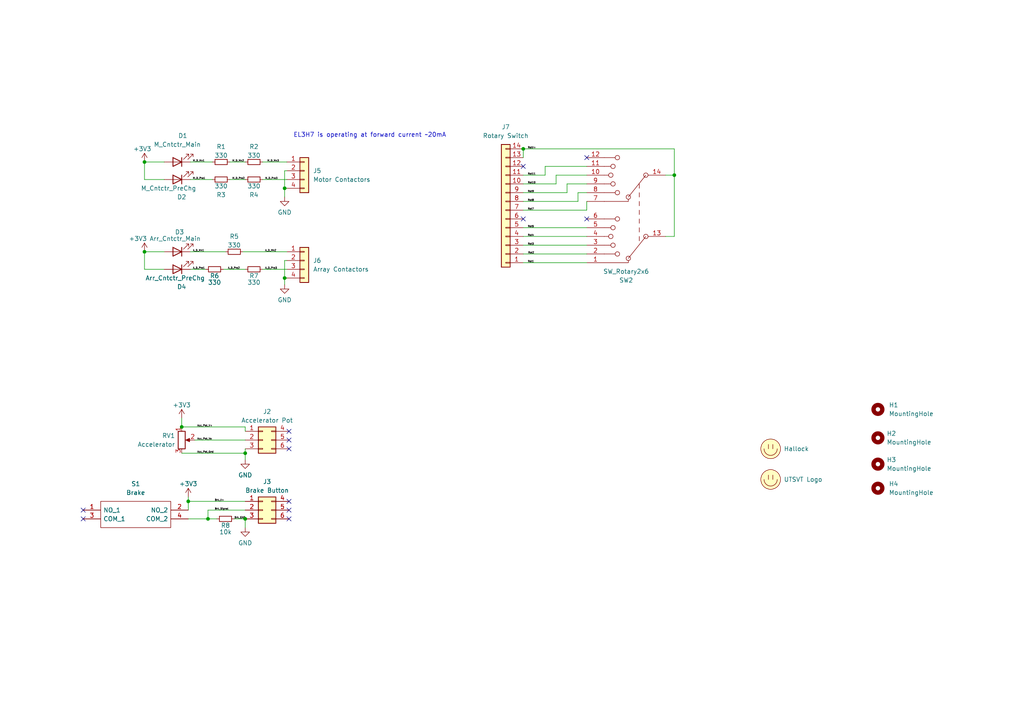
<source format=kicad_sch>
(kicad_sch (version 20211123) (generator eeschema)
  (paper "A4")
  (lib_symbols
    (symbol "Connector_Generic:Conn_01x04" (pin_names (offset 1.016) hide)
      (property "Reference" "J" (at 0 5.08 0))
      (property "Value" "Conn_01x04" (at 0 -7.62 0))
      (symbol "Conn_01x04_1_1"
        (rectangle (start -1.27 -4.953) (end 0 -5.207) (stroke (width 0.1524)))
        (rectangle (start -1.27 -2.413) (end 0 -2.667) (stroke (width 0.1524)))
        (rectangle (start -1.27 0.127) (end 0 -0.127) (stroke (width 0.1524)))
        (rectangle (start -1.27 2.667) (end 0 2.413) (stroke (width 0.1524)))
        (rectangle (start -1.27 3.81) (end 1.27 -6.35) (stroke (width 0.254)) (fill (type background)))
        (pin passive line (at -5.08 2.54 0) (length 3.81) (name "Pin_1") (number "1"))
        (pin passive line (at -5.08 0 0) (length 3.81) (name "Pin_2") (number "2"))
        (pin passive line (at -5.08 -2.54 0) (length 3.81) (name "Pin_3") (number "3"))
        (pin passive line (at -5.08 -5.08 0) (length 3.81) (name "Pin_4") (number "4"))
      )
    )
    (symbol "Connector_Generic:Conn_01x14" (pin_names (offset 1.016) hide)
      (property "Reference" "J" (at 0 17.78 0))
      (property "Value" "Conn_01x14" (at 0 -20.32 0))
      (symbol "Conn_01x14_1_1"
        (rectangle (start -1.27 -17.653) (end 0 -17.907) (stroke (width 0.1524)))
        (rectangle (start -1.27 -15.113) (end 0 -15.367) (stroke (width 0.1524)))
        (rectangle (start -1.27 -12.573) (end 0 -12.827) (stroke (width 0.1524)))
        (rectangle (start -1.27 -10.033) (end 0 -10.287) (stroke (width 0.1524)))
        (rectangle (start -1.27 -7.493) (end 0 -7.747) (stroke (width 0.1524)))
        (rectangle (start -1.27 -4.953) (end 0 -5.207) (stroke (width 0.1524)))
        (rectangle (start -1.27 -2.413) (end 0 -2.667) (stroke (width 0.1524)))
        (rectangle (start -1.27 0.127) (end 0 -0.127) (stroke (width 0.1524)))
        (rectangle (start -1.27 2.667) (end 0 2.413) (stroke (width 0.1524)))
        (rectangle (start -1.27 5.207) (end 0 4.953) (stroke (width 0.1524)))
        (rectangle (start -1.27 7.747) (end 0 7.493) (stroke (width 0.1524)))
        (rectangle (start -1.27 10.287) (end 0 10.033) (stroke (width 0.1524)))
        (rectangle (start -1.27 12.827) (end 0 12.573) (stroke (width 0.1524)))
        (rectangle (start -1.27 15.367) (end 0 15.113) (stroke (width 0.1524)))
        (rectangle (start -1.27 16.51) (end 1.27 -19.05) (stroke (width 0.254)) (fill (type background)))
        (pin passive line (at -5.08 15.24 0) (length 3.81) (name "Pin_1") (number "1"))
        (pin passive line (at -5.08 -7.62 0) (length 3.81) (name "Pin_10") (number "10"))
        (pin passive line (at -5.08 -10.16 0) (length 3.81) (name "Pin_11") (number "11"))
        (pin passive line (at -5.08 -12.7 0) (length 3.81) (name "Pin_12") (number "12"))
        (pin passive line (at -5.08 -15.24 0) (length 3.81) (name "Pin_13") (number "13"))
        (pin passive line (at -5.08 -17.78 0) (length 3.81) (name "Pin_14") (number "14"))
        (pin passive line (at -5.08 12.7 0) (length 3.81) (name "Pin_2") (number "2"))
        (pin passive line (at -5.08 10.16 0) (length 3.81) (name "Pin_3") (number "3"))
        (pin passive line (at -5.08 7.62 0) (length 3.81) (name "Pin_4") (number "4"))
        (pin passive line (at -5.08 5.08 0) (length 3.81) (name "Pin_5") (number "5"))
        (pin passive line (at -5.08 2.54 0) (length 3.81) (name "Pin_6") (number "6"))
        (pin passive line (at -5.08 0 0) (length 3.81) (name "Pin_7") (number "7"))
        (pin passive line (at -5.08 -2.54 0) (length 3.81) (name "Pin_8") (number "8"))
        (pin passive line (at -5.08 -5.08 0) (length 3.81) (name "Pin_9") (number "9"))
      )
    )
    (symbol "Connector_Generic:Conn_02x03_Top_Bottom" (pin_names (offset 1.016) hide)
      (property "Reference" "J" (at 1.27 5.08 0))
      (property "Value" "Conn_02x03_Top_Bottom" (at 1.27 -5.08 0))
      (symbol "Conn_02x03_Top_Bottom_1_1"
        (rectangle (start -1.27 -2.413) (end 0 -2.667) (stroke (width 0.1524)))
        (rectangle (start -1.27 0.127) (end 0 -0.127) (stroke (width 0.1524)))
        (rectangle (start -1.27 2.667) (end 0 2.413) (stroke (width 0.1524)))
        (rectangle (start -1.27 3.81) (end 3.81 -3.81) (stroke (width 0.254)) (fill (type background)))
        (rectangle (start 3.81 -2.413) (end 2.54 -2.667) (stroke (width 0.1524)))
        (rectangle (start 3.81 0.127) (end 2.54 -0.127) (stroke (width 0.1524)))
        (rectangle (start 3.81 2.667) (end 2.54 2.413) (stroke (width 0.1524)))
        (pin passive line (at -5.08 2.54 0) (length 3.81) (name "Pin_1") (number "1"))
        (pin passive line (at -5.08 0 0) (length 3.81) (name "Pin_2") (number "2"))
        (pin passive line (at -5.08 -2.54 0) (length 3.81) (name "Pin_3") (number "3"))
        (pin passive line (at 7.62 2.54 180) (length 3.81) (name "Pin_4") (number "4"))
        (pin passive line (at 7.62 0 180) (length 3.81) (name "Pin_5") (number "5"))
        (pin passive line (at 7.62 -2.54 180) (length 3.81) (name "Pin_6") (number "6"))
      )
    )
    (symbol "Device:LED" (pin_numbers hide) (pin_names (offset 1.016) hide)
      (property "Reference" "D" (at 0 2.54 0))
      (property "Value" "LED" (at 0 -2.54 0))
      (symbol "LED_0_1"
        (polyline (pts (xy -1.27 -1.27) (xy -1.27 1.27)) (stroke (width 0.254)))
        (polyline (pts (xy -1.27 0) (xy 1.27 0)))
        (polyline (pts (xy 1.27 -1.27) (xy 1.27 1.27) (xy -1.27 0) (xy 1.27 -1.27)) (stroke (width 0.254)))
        (polyline (pts (xy -3.048 -0.762) (xy -4.572 -2.286) (xy -3.81 -2.286) (xy -4.572 -2.286) (xy -4.572 -1.524)))
        (polyline (pts (xy -1.778 -0.762) (xy -3.302 -2.286) (xy -2.54 -2.286) (xy -3.302 -2.286) (xy -3.302 -1.524)))
      )
      (symbol "LED_1_1"
        (pin passive line (at -3.81 0 0) (length 2.54) (name "K") (number "1"))
        (pin passive line (at 3.81 0 180) (length 2.54) (name "A") (number "2"))
      )
    )
    (symbol "Device:R_Potentiometer" (pin_names (offset 1.016) hide)
      (property "Reference" "RV" (at -4.445 0 90))
      (property "Value" "R_Potentiometer" (at -2.54 0 90))
      (symbol "R_Potentiometer_0_1"
        (polyline (pts (xy 2.54 0) (xy 1.524 0)))
        (polyline (pts (xy 1.143 0) (xy 2.286 0.508) (xy 2.286 -0.508) (xy 1.143 0)) (fill (type outline)))
        (rectangle (start 1.016 2.54) (end -1.016 -2.54) (stroke (width 0.254)))
      )
      (symbol "R_Potentiometer_1_1"
        (pin passive line (at 0 3.81 270) (length 1.27) (name "1") (number "1"))
        (pin passive line (at 3.81 0 180) (length 1.27) (name "2") (number "2"))
        (pin passive line (at 0 -3.81 90) (length 1.27) (name "3") (number "3"))
      )
    )
    (symbol "Device:R_Small" (pin_numbers hide) (pin_names (offset 0.254) hide)
      (property "Reference" "R" (at 0.762 0.508 0))
      (property "Value" "R_Small" (at 0.762 -1.016 0))
      (symbol "R_Small_0_1"
        (rectangle (start -0.762 1.778) (end 0.762 -1.778) (stroke (width 0.2032)))
      )
      (symbol "R_Small_1_1"
        (pin passive line (at 0 2.54 270) (length 0.762) (name "~") (number "1"))
        (pin passive line (at 0 -2.54 90) (length 0.762) (name "~") (number "2"))
      )
    )
    (symbol "Mechanical:MountingHole" (pin_names (offset 1.016))
      (property "Reference" "H" (at 0 5.08 0))
      (property "Value" "MountingHole" (at 0 3.175 0))
      (symbol "MountingHole_0_1"
        (circle (center 0 0) (radius 1.27) (stroke (width 1.27)))
      )
    )
    (symbol "Switch:SW_Rotary2x6" (pin_names (offset 1.016) hide)
      (property "Reference" "SW" (at 0 17.78 0))
      (property "Value" "SW_Rotary2x6" (at 0 -17.78 0))
      (symbol "SW_Rotary2x6_0_0"
        (circle (center -4.445 -10.16) (radius 0.635))
        (circle (center -4.445 7.62) (radius 0.635))
        (polyline (pts (xy -4.445 -10.16) (xy 0.635 -3.81)))
        (polyline (pts (xy -4.445 7.62) (xy 0.635 13.97)))
        (polyline (pts (xy -2.54 -7.62) (xy -2.54 -6.35)))
        (polyline (pts (xy -2.54 -5.08) (xy -2.54 -3.81)))
        (polyline (pts (xy -2.54 -2.54) (xy -2.54 -1.27)))
        (polyline (pts (xy -2.54 0) (xy -2.54 1.27)))
        (polyline (pts (xy -2.54 2.54) (xy -2.54 3.81)))
        (polyline (pts (xy -2.54 5.08) (xy -2.54 6.35)))
        (polyline (pts (xy -2.54 7.62) (xy -2.54 8.89)))
        (polyline (pts (xy 4.445 -5.08) (xy 7.62 -5.08)))
        (polyline (pts (xy 4.445 12.7) (xy 7.62 12.7)))
        (polyline (pts (xy 5.715 -12.7) (xy 7.62 -12.7)))
        (polyline (pts (xy 5.715 -7.62) (xy 7.62 -7.62)))
        (polyline (pts (xy 5.715 5.08) (xy 7.62 5.08)))
        (polyline (pts (xy 5.715 10.16) (xy 7.62 10.16)))
        (polyline (pts (xy 6.35 -10.16) (xy 7.62 -10.16)))
        (polyline (pts (xy 6.35 7.62) (xy 7.62 7.62)))
        (polyline (pts (xy 7.62 -15.24) (xy 4.445 -15.24)))
        (polyline (pts (xy 7.62 2.54) (xy 4.445 2.54)))
        (polyline (pts (xy 0.635 -3.175) (xy 0.635 -2.54) (xy 7.62 -2.54)))
        (polyline (pts (xy 0.635 14.605) (xy 0.635 15.24) (xy 7.62 15.24)))
        (circle (center 0.635 -3.81) (radius 0.635))
        (circle (center 0.635 13.97) (radius 0.635))
        (circle (center 3.81 -15.24) (radius 0.635))
        (circle (center 3.81 -5.08) (radius 0.635))
        (circle (center 3.81 2.54) (radius 0.635))
        (circle (center 3.81 12.7) (radius 0.635))
        (circle (center 5.08 -12.7) (radius 0.635))
        (circle (center 5.08 -7.62) (radius 0.635))
        (circle (center 5.08 5.08) (radius 0.635))
        (circle (center 5.08 10.16) (radius 0.635))
        (circle (center 5.715 -10.16) (radius 0.635))
        (circle (center 5.715 7.62) (radius 0.635))
      )
      (symbol "SW_Rotary2x6_0_1"
        (pin passive line (at 12.7 15.24 180) (length 5.08) (name "1") (number "1"))
        (pin passive line (at 12.7 -10.16 180) (length 5.08) (name "10") (number "10"))
        (pin passive line (at 12.7 -12.7 180) (length 5.08) (name "11") (number "11"))
        (pin passive line (at 12.7 -15.24 180) (length 5.08) (name "12") (number "12"))
        (pin passive line (at -10.16 7.62 0) (length 5.08) (name "13") (number "13"))
        (pin passive line (at -10.16 -10.16 0) (length 5.08) (name "14") (number "14"))
        (pin passive line (at 12.7 12.7 180) (length 5.08) (name "2") (number "2"))
        (pin passive line (at 12.7 10.16 180) (length 5.08) (name "3") (number "3"))
        (pin passive line (at 12.7 7.62 180) (length 5.08) (name "4") (number "4"))
        (pin passive line (at 12.7 5.08 180) (length 5.08) (name "5") (number "5"))
        (pin passive line (at 12.7 2.54 180) (length 5.08) (name "6") (number "6"))
        (pin passive line (at 12.7 -2.54 180) (length 5.08) (name "7") (number "7"))
        (pin passive line (at 12.7 -5.08 180) (length 5.08) (name "8") (number "8"))
        (pin passive line (at 12.7 -7.62 180) (length 5.08) (name "9") (number "9"))
      )
    )
    (symbol "TS16-1212-95-BK-260-SMT-TR:TS16-1212-95-BK-260-SMT-TR" (pin_names (offset 0.762))
      (property "Reference" "S" (at 26.67 7.62 0))
      (property "Value" "TS16-1212-95-BK-260-SMT-TR" (at 26.67 5.08 0))
      (symbol "TS16-1212-95-BK-260-SMT-TR_0_0"
        (pin passive line (at 0 0 0) (length 5.08) (name "NO_1") (number "1"))
        (pin passive line (at 30.48 0 180) (length 5.08) (name "NO_2") (number "2"))
        (pin passive line (at 0 -2.54 0) (length 5.08) (name "COM_1") (number "3"))
        (pin passive line (at 30.48 -2.54 180) (length 5.08) (name "COM_2") (number "4"))
      )
      (symbol "TS16-1212-95-BK-260-SMT-TR_0_1"
        (polyline (pts (xy 5.08 2.54) (xy 25.4 2.54) (xy 25.4 -5.08) (xy 5.08 -5.08) (xy 5.08 2.54)) (stroke (width 0.1524)))
      )
    )
    (symbol "power:+3V3" (power) (pin_names (offset 0))
      (property "Value" "+3V3" (at 0 3.556 0))
      (symbol "+3V3_0_1"
        (polyline (pts (xy -0.762 1.27) (xy 0 2.54)))
        (polyline (pts (xy 0 0) (xy 0 2.54)))
        (polyline (pts (xy 0 2.54) (xy 0.762 1.27)))
      )
      (symbol "+3V3_1_1"
        (pin power_in line (at 0 0 90) (length 0) hide (name "+3V3") (number "1"))
      )
    )
    (symbol "power:GND" (power) (pin_names (offset 0))
      (property "Value" "GND" (at 0 -3.81 0))
      (symbol "GND_0_1"
        (polyline (pts (xy 0 0) (xy 0 -1.27) (xy 1.27 -1.27) (xy 0 -2.54) (xy -1.27 -1.27) (xy 0 -1.27)))
      )
      (symbol "GND_1_1"
        (pin power_in line (at 0 0 270) (length 0) hide (name "GND") (number "1"))
      )
    )
    (symbol "utsvt-misc:Logo_Placeholder" (pin_names (offset 1.016))
      (property "Value" "Logo_Placeholder" (at 0 3.81 0))
      (symbol "Logo_Placeholder_0_1"
        (arc (start -1.905 0) (mid 0 -1.905) (end 1.905 0))
        (polyline (pts (xy -0.635 1.27) (xy -0.635 0)))
        (polyline (pts (xy 0.635 1.27) (xy 0.635 0)))
        (circle (center 0 0) (radius 2.8448) (fill (type background)))
      )
    )
  )
  (junction (at 41.91 46.99))
  (junction (at 151.765 43.18))
  (junction (at 41.91 73.025))
  (junction (at 82.55 80.645))
  (junction (at 82.55 54.61))
  (junction (at 195.58 50.8))
  (junction (at 52.705 123.825))
  (junction (at 71.12 150.495))
  (junction (at 54.61 145.415))
  (junction (at 71.12 131.445))
  (junction (at 60.325 150.495))
  (no_connect (at 170.18 63.5))
  (no_connect (at 170.18 45.72))
  (no_connect (at 151.765 63.5))
  (no_connect (at 151.765 48.26))
  (no_connect (at 83.82 125.095))
  (no_connect (at 83.82 127.635))
  (no_connect (at 83.82 130.175))
  (no_connect (at 83.82 145.415))
  (no_connect (at 83.82 147.955))
  (no_connect (at 83.82 150.495))
  (no_connect (at 24.13 147.955))
  (no_connect (at 24.13 150.495))
  (wire (pts (xy 82.55 49.53) (xy 82.55 54.61)))
  (wire (pts (xy 52.705 123.825) (xy 71.12 123.825)))
  (wire (pts (xy 164.465 53.34) (xy 164.465 55.88)))
  (wire (pts (xy 66.675 52.07) (xy 71.12 52.07)))
  (wire (pts (xy 195.58 50.8) (xy 195.58 43.18)))
  (wire (pts (xy 66.675 46.99) (xy 71.12 46.99)))
  (wire (pts (xy 170.18 48.26) (xy 158.115 48.26)))
  (wire (pts (xy 55.245 73.025) (xy 65.405 73.025)))
  (wire (pts (xy 54.61 144.145) (xy 54.61 145.415)))
  (wire (pts (xy 47.625 52.07) (xy 41.91 52.07)))
  (wire (pts (xy 193.04 68.58) (xy 195.58 68.58)))
  (wire (pts (xy 82.55 80.645) (xy 83.185 80.645)))
  (wire (pts (xy 54.61 147.955) (xy 54.61 145.415)))
  (wire (pts (xy 151.765 45.72) (xy 151.765 43.18)))
  (wire (pts (xy 55.245 46.99) (xy 61.595 46.99)))
  (wire (pts (xy 82.55 75.565) (xy 82.55 80.645)))
  (wire (pts (xy 47.625 78.105) (xy 41.91 78.105)))
  (wire (pts (xy 64.77 78.105) (xy 71.12 78.105)))
  (wire (pts (xy 158.115 48.26) (xy 158.115 50.8)))
  (wire (pts (xy 170.18 53.34) (xy 164.465 53.34)))
  (wire (pts (xy 41.91 78.105) (xy 41.91 73.025)))
  (wire (pts (xy 71.12 131.445) (xy 71.12 133.35)))
  (wire (pts (xy 195.58 68.58) (xy 195.58 50.8)))
  (wire (pts (xy 170.18 73.66) (xy 151.765 73.66)))
  (wire (pts (xy 170.18 66.04) (xy 151.765 66.04)))
  (wire (pts (xy 56.515 127.635) (xy 71.12 127.635)))
  (wire (pts (xy 71.12 150.495) (xy 71.12 153.035)))
  (wire (pts (xy 55.245 78.105) (xy 59.69 78.105)))
  (wire (pts (xy 170.18 68.58) (xy 151.765 68.58)))
  (wire (pts (xy 60.325 147.955) (xy 71.12 147.955)))
  (wire (pts (xy 167.64 55.88) (xy 167.64 58.42)))
  (wire (pts (xy 52.705 121.285) (xy 52.705 123.825)))
  (wire (pts (xy 83.185 75.565) (xy 82.55 75.565)))
  (wire (pts (xy 76.2 52.07) (xy 83.185 52.07)))
  (wire (pts (xy 161.29 53.34) (xy 151.765 53.34)))
  (wire (pts (xy 195.58 50.8) (xy 193.04 50.8)))
  (wire (pts (xy 76.2 78.105) (xy 83.185 78.105)))
  (wire (pts (xy 170.18 50.8) (xy 161.29 50.8)))
  (wire (pts (xy 55.245 52.07) (xy 61.595 52.07)))
  (wire (pts (xy 54.61 150.495) (xy 60.325 150.495)))
  (wire (pts (xy 170.18 60.96) (xy 170.18 58.42)))
  (wire (pts (xy 52.705 131.445) (xy 71.12 131.445)))
  (wire (pts (xy 82.55 54.61) (xy 83.185 54.61)))
  (wire (pts (xy 170.18 71.12) (xy 151.765 71.12)))
  (wire (pts (xy 54.61 145.415) (xy 71.12 145.415)))
  (wire (pts (xy 164.465 55.88) (xy 151.765 55.88)))
  (wire (pts (xy 71.12 123.825) (xy 71.12 125.095)))
  (wire (pts (xy 71.12 131.445) (xy 71.12 130.175)))
  (wire (pts (xy 70.485 73.025) (xy 83.185 73.025)))
  (wire (pts (xy 82.55 54.61) (xy 82.55 57.15)))
  (wire (pts (xy 41.91 46.99) (xy 47.625 46.99)))
  (wire (pts (xy 60.325 150.495) (xy 62.865 150.495)))
  (wire (pts (xy 83.185 49.53) (xy 82.55 49.53)))
  (wire (pts (xy 60.325 150.495) (xy 60.325 147.955)))
  (wire (pts (xy 67.945 150.495) (xy 71.12 150.495)))
  (wire (pts (xy 170.18 76.2) (xy 151.765 76.2)))
  (wire (pts (xy 170.18 55.88) (xy 167.64 55.88)))
  (wire (pts (xy 41.91 73.025) (xy 47.625 73.025)))
  (wire (pts (xy 76.2 46.99) (xy 83.185 46.99)))
  (wire (pts (xy 167.64 58.42) (xy 151.765 58.42)))
  (wire (pts (xy 195.58 43.18) (xy 151.765 43.18)))
  (wire (pts (xy 158.115 50.8) (xy 151.765 50.8)))
  (wire (pts (xy 170.18 60.96) (xy 151.765 60.96)))
  (wire (pts (xy 82.55 80.645) (xy 82.55 82.55)))
  (wire (pts (xy 41.91 52.07) (xy 41.91 46.99)))
  (wire (pts (xy 161.29 50.8) (xy 161.29 53.34)))
  (text "EL3H7 is operating at forward current ~20mA" (at 85.09 40.005 0) (effects (font (size 1.27 1.27)) (justify left bottom)))
  (label "M_D_Pre1" (at 55.88 52.07 0) (effects (font (size 0.5 0.5))))
  (label "M_D_Mn2" (at 67.31 46.99 0) (effects (font (size 0.5 0.5))))
  (label "Brk_GND" (at 67.945 150.495 0) (effects (font (size 0.5 0.5))))
  (label "Rot3" (at 153.035 71.12 0) (effects (font (size 0.5 0.5))))
  (label "Brk_Signal" (at 62.23 147.955 0) (effects (font (size 0.5 0.5))))
  (label "Rot1" (at 153.035 76.2 0) (effects (font (size 0.5 0.5))))
  (label "A_D_Pre3" (at 76.835 78.105 0) (effects (font (size 0.5 0.5))))
  (label "Rot10" (at 153.035 53.34 0) (effects (font (size 0.5 0.5))))
  (label "Rot11" (at 153.035 50.8 0) (effects (font (size 0.5 0.5))))
  (label "Brk_V+" (at 62.23 145.415 0) (effects (font (size 0.5 0.5))))
  (label "A_D_Pre2" (at 66.04 78.105 0) (effects (font (size 0.5 0.5))))
  (label "Rot5" (at 153.035 66.04 0) (effects (font (size 0.5 0.5))))
  (label "Acc_Pot_V+" (at 57.15 123.825 0) (effects (font (size 0.5 0.5))))
  (label "M_D_Mn3" (at 77.47 46.99 0) (effects (font (size 0.5 0.5))))
  (label "Rot7" (at 153.035 60.96 0) (effects (font (size 0.5 0.5))))
  (label "Acc_Pot_Gnd" (at 57.15 131.445 0) (effects (font (size 0.5 0.5))))
  (label "Rot9" (at 153.035 55.88 0) (effects (font (size 0.5 0.5))))
  (label "Rot2" (at 153.1148 73.66 0) (effects (font (size 0.5 0.5))))
  (label "A_D_Mn1" (at 55.88 73.025 0) (effects (font (size 0.5 0.5))))
  (label "RotV+" (at 153.035 43.18 0) (effects (font (size 0.5 0.5))))
  (label "Acc_Pot_Vo" (at 57.15 127.635 0) (effects (font (size 0.5 0.5))))
  (label "Rot8" (at 153.035 58.42 0) (effects (font (size 0.5 0.5))))
  (label "A_D_Pre1" (at 55.88 78.105 0) (effects (font (size 0.5 0.5))))
  (label "M_D_Mn1" (at 55.88 46.99 0) (effects (font (size 0.5 0.5))))
  (label "A_D_Mn2" (at 76.835 73.025 0) (effects (font (size 0.5 0.5))))
  (label "M_D_Pre2" (at 67.31 52.07 0) (effects (font (size 0.5 0.5))))
  (label "Rot4" (at 153.035 68.58 0) (effects (font (size 0.5 0.5))))
  (label "M_D_Pre3" (at 76.835 52.07 0) (effects (font (size 0.5 0.5))))
  (symbol (lib_id "power:GND") (at 82.55 82.55 0) (unit 1)
    (property "Reference" "#PWR06" (effects hide))
    (property "Value" "GND" (at 82.55 86.995 0))
  )
  (symbol (lib_id "Device:LED") (at 51.435 73.025 180) (unit 1)
    (property "Reference" "D3" (at 52.07 67.31 0))
    (property "Value" "Arr_Cntctr_Main" (at 50.8 69.215 0))
    (property "Footprint" "LED_SMD:LED_0805_2012Metric" (effects hide))
    (property "Color" "Blue" (effects hide))
    (property "MFG PN" "APTD2012LVBC/D" (effects hide))
  )
  (symbol (lib_id "Device:R_Small") (at 65.405 150.495 90) (unit 1)
    (property "Reference" "R8" (at 65.405 152.4 90))
    (property "Value" "10k" (at 65.405 154.305 90))
    (property "Footprint" "Resistor_SMD:R_0805_2012Metric" (effects hide))
    (property "Mfg PN" "CRCW080510K0FKEAC" (effects hide))
  )
  (symbol (lib_id "Device:LED") (at 51.435 78.105 180) (unit 1)
    (property "Reference" "D4" (at 52.705 83.185 0))
    (property "Value" "Arr_Cntctr_PreChg" (at 50.8 80.645 0))
    (property "Footprint" "LED_SMD:LED_0805_2012Metric" (effects hide))
    (property "Color" "Green" (effects hide))
    (property "MFG PN" "APTD2012LCGCK" (effects hide))
  )
  (symbol (lib_id "Device:LED") (at 51.435 46.99 180) (unit 1)
    (property "Reference" "D1" (at 53.0225 39.37 0))
    (property "Value" "M_Cntctr_Main" (at 51.435 41.91 0))
    (property "Footprint" "LED_SMD:LED_0805_2012Metric" (effects hide))
    (property "Datasheet" "https://www.mouser.com/ProductDetail/Kingbright/APTD2012LVBC-D?qs=AQlKX63v8RtBBvAHcuxu8A%3D%3D" (effects hide))
    (property "MFG PN" "APTD2012LSYCK" (effects hide))
    (property "Color" "Yellow" (effects hide))
  )
  (symbol (lib_id "Connector_Generic:Conn_02x03_Top_Bottom") (at 76.2 127.635 0) (unit 1)
    (property "Reference" "J2" (at 77.47 119.38 0))
    (property "Value" "Accelerator Pot" (at 77.47 121.92 0))
    (property "Footprint" "Connector_Molex:Molex_Micro-Fit_3.0_43045-0612_2x03_P3.00mm_Vertical" (effects hide))
  )
  (symbol (lib_id "Device:R_Small") (at 62.23 78.105 90) (unit 1)
    (property "Reference" "R6" (at 62.23 80.01 90))
    (property "Value" "330" (at 62.23 81.915 90))
    (property "Footprint" "Resistor_SMD:R_0805_2012Metric" (effects hide))
  )
  (symbol (lib_id "utsvt-misc:Logo_Placeholder") (at 223.52 130.175 0) (unit 1)
    (property "Reference" "LOGO1" (effects hide))
    (property "Value" "Hallock" (at 227.33 130.1749 0) (effects (justify left)))
    (property "Footprint" "UTSVT_Special:Hallock_Image_Small" (effects hide))
  )
  (symbol (lib_id "Mechanical:MountingHole") (at 254.635 118.745 0) (unit 1)
    (property "Reference" "H1" (at 257.81 117.4749 0) (effects (justify left)))
    (property "Value" "MountingHole" (at 257.81 120.0149 0) (effects (justify left)))
    (property "Footprint" "MountingHole:MountingHole_3.2mm_M3" (effects hide))
  )
  (symbol (lib_id "Switch:SW_Rotary2x6") (at 182.88 60.96 180) (unit 1)
    (property "Reference" "SW2" (at 181.61 81.28 0))
    (property "Value" "SW_Rotary2x6" (at 181.61 78.74 0))
    (property "Footprint" "Footprints:CK1035" (effects hide))
    (property "Datasheet" "http://cdn-reichelt.de/documents/datenblatt/C200/DS-Serie%23LOR.pdf" (effects hide))
  )
  (symbol (lib_id "power:GND") (at 71.12 133.35 0) (unit 1)
    (property "Reference" "#PWR07" (effects hide))
    (property "Value" "GND" (at 71.12 137.795 0))
  )
  (symbol (lib_id "Device:R_Small") (at 64.135 52.07 270) (unit 1)
    (property "Reference" "R3" (at 64.135 56.515 90))
    (property "Value" "330" (at 64.135 53.975 90))
    (property "Footprint" "Resistor_SMD:R_0805_2012Metric" (effects hide))
  )
  (symbol (lib_id "power:+3V3") (at 41.91 46.99 0) (unit 1)
    (property "Reference" "#PWR03" (effects hide))
    (property "Value" "+3V3" (at 41.275 43.18 0))
  )
  (symbol (lib_id "Device:R_Small") (at 73.66 78.105 90) (unit 1)
    (property "Reference" "R7" (at 73.66 80.01 90))
    (property "Value" "330" (at 73.66 81.915 90))
    (property "Footprint" "Resistor_SMD:R_0805_2012Metric" (effects hide))
  )
  (symbol (lib_id "power:+3V3") (at 41.91 73.025 0) (unit 1)
    (property "Reference" "#PWR01" (effects hide))
    (property "Value" "+3V3" (at 40.005 69.215 0))
  )
  (symbol (lib_id "TS16-1212-95-BK-260-SMT-TR:TS16-1212-95-BK-260-SMT-TR") (at 24.13 147.955 0) (unit 1)
    (property "Reference" "S1" (at 39.37 140.335 0))
    (property "Value" "Brake" (at 39.37 142.875 0))
    (property "Footprint" "Footprints:TS16121295BK260SMTTR" (effects hide))
    (property "Datasheet" "https://www.cuidevices.com/product/resource/ts16.pdf" (effects hide))
    (property "Description" "Tactile Switches 12 x 12 mm 9.5 mm Actuactor Height 260gf Black Surface Mount TR SPST" (effects hide))
    (property "Height" "9.7" (effects hide))
    (property "Manufacturer_Name" "CUI Inc." (effects hide))
    (property "Manufacturer_Part_Number" "TS16-1212-95-BK-260-SMT-TR" (effects hide))
  )
  (symbol (lib_id "utsvt-misc:Logo_Placeholder") (at 223.52 139.065 0) (unit 1)
    (property "Reference" "LOGO2" (effects hide))
    (property "Value" "UTSVT Logo" (at 227.33 139.0649 0) (effects (justify left)))
    (property "Footprint" "UTSVT_Special:UTSVT_Logo_Symbol" (effects hide))
  )
  (symbol (lib_id "Mechanical:MountingHole") (at 254.635 127 0) (unit 1)
    (property "Reference" "H2" (at 257.175 125.7299 0) (effects (justify left)))
    (property "Value" "MountingHole" (at 257.175 128.2699 0) (effects (justify left)))
    (property "Footprint" "MountingHole:MountingHole_3.2mm_M3" (effects hide))
  )
  (symbol (lib_id "power:GND") (at 71.12 153.035 0) (unit 1)
    (property "Reference" "#PWR08" (effects hide))
    (property "Value" "GND" (at 71.12 157.48 0))
  )
  (symbol (lib_id "Device:R_Small") (at 73.66 52.07 270) (unit 1)
    (property "Reference" "R4" (at 73.66 56.515 90))
    (property "Value" "330" (at 73.66 53.975 90))
    (property "Footprint" "Resistor_SMD:R_0805_2012Metric" (effects hide))
  )
  (symbol (lib_id "Mechanical:MountingHole") (at 254.635 141.605 0) (unit 1)
    (property "Reference" "H4" (at 257.81 140.3349 0) (effects (justify left)))
    (property "Value" "MountingHole" (at 257.81 142.8749 0) (effects (justify left)))
    (property "Footprint" "MountingHole:MountingHole_3.2mm_M3" (effects hide))
  )
  (symbol (lib_id "Connector_Generic:Conn_02x03_Top_Bottom") (at 76.2 147.955 0) (unit 1)
    (property "Reference" "J3" (at 77.47 139.7 0))
    (property "Value" "Brake Button" (at 77.47 142.24 0))
    (property "Footprint" "Connector_Molex:Molex_Micro-Fit_3.0_43045-0612_2x03_P3.00mm_Vertical" (effects hide))
  )
  (symbol (lib_id "Mechanical:MountingHole") (at 254.635 134.62 0) (unit 1)
    (property "Reference" "H3" (at 257.175 133.3499 0) (effects (justify left)))
    (property "Value" "MountingHole" (at 257.175 135.8899 0) (effects (justify left)))
    (property "Footprint" "MountingHole:MountingHole_3.2mm_M3" (effects hide))
  )
  (symbol (lib_id "Device:R_Potentiometer") (at 52.705 127.635 0) (unit 1)
    (property "Reference" "RV1" (at 50.8 126.3649 0) (effects (justify right)))
    (property "Value" "Accelerator" (at 50.8 128.9049 0) (effects (justify right)))
    (property "Footprint" "Footprints:PTA4543" (effects hide))
    (property "Datasheet" "https://www.mouser.com/datasheet/2/54/pta-778345.pdf" (effects hide))
  )
  (symbol (lib_id "Device:R_Small") (at 64.135 46.99 90) (unit 1)
    (property "Reference" "R1" (at 64.135 42.545 90))
    (property "Value" "330" (at 64.135 45.085 90))
    (property "Footprint" "Resistor_SMD:R_0805_2012Metric" (effects hide))
  )
  (symbol (lib_id "power:+3V3") (at 54.61 144.145 0) (unit 1)
    (property "Reference" "#PWR04" (effects hide))
    (property "Value" "+3V3" (at 54.61 140.335 0))
  )
  (symbol (lib_id "Device:R_Small") (at 73.66 46.99 90) (unit 1)
    (property "Reference" "R2" (at 73.66 42.545 90))
    (property "Value" "330" (at 73.66 45.085 90))
    (property "Footprint" "Resistor_SMD:R_0805_2012Metric" (effects hide))
  )
  (symbol (lib_id "Connector_Generic:Conn_01x04") (at 88.265 49.53 0) (unit 1)
    (property "Reference" "J5" (at 90.805 49.5299 0) (effects (justify left)))
    (property "Value" "Motor Contactors" (at 90.805 52.0699 0) (effects (justify left)))
    (property "Footprint" "Connector_Molex:Molex_Micro-Fit_3.0_43650-0415_1x04_P3.00mm_Vertical" (effects hide))
  )
  (symbol (lib_id "Device:R_Small") (at 67.945 73.025 90) (unit 1)
    (property "Reference" "R5" (at 67.945 68.58 90))
    (property "Value" "330" (at 67.945 71.12 90))
    (property "Footprint" "Resistor_SMD:R_0805_2012Metric" (effects hide))
  )
  (symbol (lib_id "Connector_Generic:Conn_01x04") (at 88.265 75.565 0) (unit 1)
    (property "Reference" "J6" (at 90.805 75.5649 0) (effects (justify left)))
    (property "Value" "Array Contactors" (at 90.805 78.1049 0) (effects (justify left)))
    (property "Footprint" "Connector_Molex:Molex_Micro-Fit_3.0_43650-0415_1x04_P3.00mm_Vertical" (effects hide))
  )
  (symbol (lib_id "power:GND") (at 82.55 57.15 0) (unit 1)
    (property "Reference" "#PWR05" (effects hide))
    (property "Value" "GND" (at 82.55 61.595 0))
  )
  (symbol (lib_id "Connector_Generic:Conn_01x14") (at 146.685 60.96 180) (unit 1)
    (property "Reference" "J7" (at 146.685 36.83 0))
    (property "Value" "Rotary Switch" (at 146.685 39.37 0))
    (property "Footprint" "Connector_Molex:Molex_Micro-Fit_3.0_43045-1412_2x07_P3.00mm_Vertical" (effects hide))
  )
  (symbol (lib_id "Device:LED") (at 51.435 52.07 180) (unit 1)
    (property "Reference" "D2" (at 52.705 57.15 0))
    (property "Value" "M_Cntctr_PreChg" (at 48.895 54.61 0))
    (property "Footprint" "LED_SMD:LED_0805_2012Metric" (effects hide))
    (property "MFG PN" "APTD2012LSURCK" (effects hide))
    (property "Color" "Red" (effects hide))
  )
  (symbol (lib_id "power:+3V3") (at 52.705 121.285 0) (unit 1)
    (property "Reference" "#PWR02" (effects hide))
    (property "Value" "+3V3" (at 52.705 117.475 0))
  )
)
</source>
